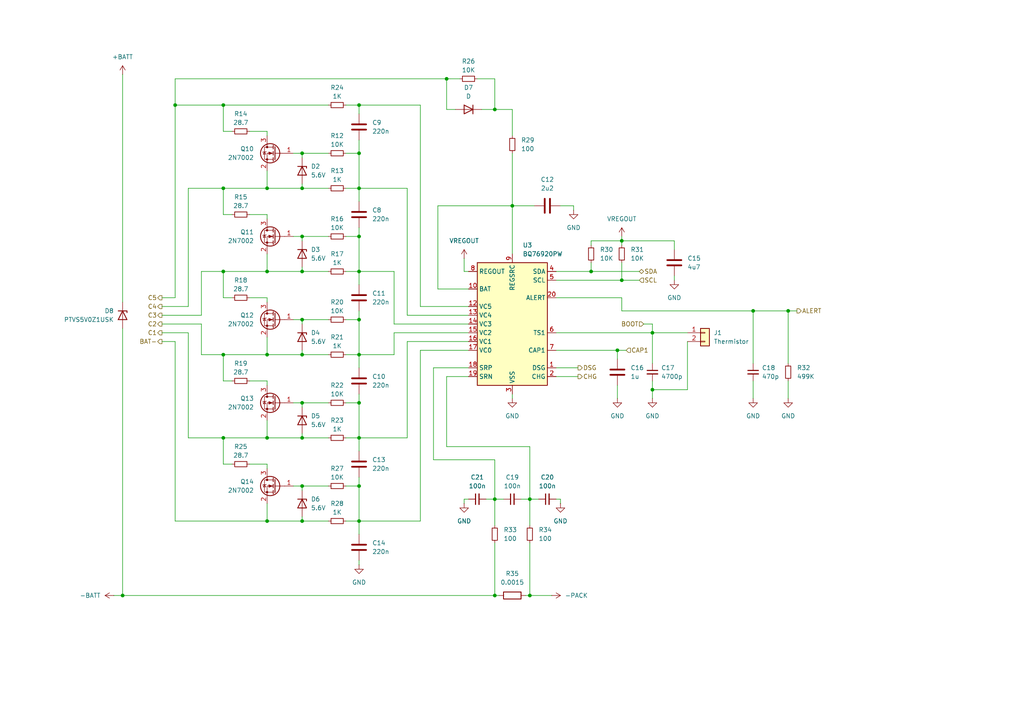
<source format=kicad_sch>
(kicad_sch (version 20231120) (generator "eeschema") (generator_version "8.0")
  (paper "A4")
  (lib_symbols
    (symbol "Battery_Management:BQ76920PW"
      (property "Reference" "U" (at -10.16 19.05 0))
      (property "Value" "BQ76920PW" (at 12.7 19.05 0))
      (symbol "BQ76920PW_0_1"
        (rectangle (start -10.16 17.78) (end 10.16 -17.78) (stroke (width 0.254)) (fill (type background)))
      )
      (symbol "BQ76920PW_1_0"
        (pin input line (at 12.7 10.16 180) (length 2.54) (name "BAT") (number "10"))
        (pin no_connect line (at -2.54 -17.78 90) (length 2.54) hide (name "NC") (number "11"))
        (pin input line (at 12.7 5.08 180) (length 2.54) (name "VC5") (number "12"))
        (pin input line (at 12.7 2.54 180) (length 2.54) (name "VC4") (number "13"))
        (pin input line (at 12.7 0 180) (length 2.54) (name "VC3") (number "14"))
        (pin input line (at 12.7 -2.54 180) (length 2.54) (name "VC2") (number "15"))
        (pin input line (at 12.7 -5.08 180) (length 2.54) (name "VC1") (number "16"))
        (pin input line (at 12.7 -7.62 180) (length 2.54) (name "VC0") (number "17"))
        (pin input line (at 12.7 -12.7 180) (length 2.54) (name "SRP") (number "18"))
        (pin input line (at 12.7 -15.24 180) (length 2.54) (name "SRN") (number "19"))
        (pin bidirectional line (at -12.7 7.62 0) (length 2.54) (name "ALERT") (number "20"))
        (pin passive line (at -12.7 -2.54 0) (length 2.54) (name "TS1") (number "6"))
        (pin passive line (at -12.7 -7.62 0) (length 2.54) (name "CAP1") (number "7"))
        (pin power_out line (at 12.7 15.24 180) (length 2.54) (name "REGOUT") (number "8"))
        (pin power_in line (at 0 20.32 270) (length 2.54) (name "REGSRC") (number "9"))
      )
      (symbol "BQ76920PW_1_1"
        (pin output line (at -12.7 -12.7 0) (length 2.54) (name "DSG") (number "1"))
        (pin output line (at -12.7 -15.24 0) (length 2.54) (name "CHG") (number "2"))
        (pin power_in line (at 0 -20.32 90) (length 2.54) (name "VSS") (number "3"))
        (pin bidirectional line (at -12.7 15.24 0) (length 2.54) (name "SDA") (number "4"))
        (pin input line (at -12.7 12.7 0) (length 2.54) (name "SCL") (number "5"))
      )
    )
    (symbol "Connector_Generic:Conn_01x02" (pin_names (offset 1.016) hide)
      (property "Reference" "J" (at 0 2.54 0))
      (property "Value" "Conn_01x02" (at 0 -5.08 0))
      (symbol "Conn_01x02_1_1"
        (rectangle (start -1.27 -2.413) (end 0 -2.667) (stroke (width 0.1524)))
        (rectangle (start -1.27 0.127) (end 0 -0.127) (stroke (width 0.1524)))
        (rectangle (start -1.27 1.27) (end 1.27 -3.81) (stroke (width 0.254)) (fill (type background)))
        (pin passive line (at -5.08 0 0) (length 3.81) (name "Pin_1") (number "1"))
        (pin passive line (at -5.08 -2.54 0) (length 3.81) (name "Pin_2") (number "2"))
      )
    )
    (symbol "Device:C" (pin_numbers hide) (pin_names (offset 0.254))
      (property "Reference" "C" (at 0.635 2.54 0))
      (property "Value" "C" (at 0.635 -2.54 0))
      (symbol "C_0_1"
        (polyline (pts (xy -2.032 -0.762) (xy 2.032 -0.762)) (stroke (width 0.508)))
        (polyline (pts (xy -2.032 0.762) (xy 2.032 0.762)) (stroke (width 0.508)))
      )
      (symbol "C_1_1"
        (pin passive line (at 0 3.81 270) (length 2.794) (name "~") (number "1"))
        (pin passive line (at 0 -3.81 90) (length 2.794) (name "~") (number "2"))
      )
    )
    (symbol "Device:C_Small" (pin_numbers hide) (pin_names (offset 0.254) hide)
      (property "Reference" "C" (at 0.254 1.778 0))
      (property "Value" "C_Small" (at 0.254 -2.032 0))
      (symbol "C_Small_0_1"
        (polyline (pts (xy -1.524 -0.508) (xy 1.524 -0.508)) (stroke (width 0.3302)))
        (polyline (pts (xy -1.524 0.508) (xy 1.524 0.508)) (stroke (width 0.3048)))
      )
      (symbol "C_Small_1_1"
        (pin passive line (at 0 2.54 270) (length 2.032) (name "~") (number "1"))
        (pin passive line (at 0 -2.54 90) (length 2.032) (name "~") (number "2"))
      )
    )
    (symbol "Device:D" (pin_numbers hide) (pin_names (offset 1.016) hide)
      (property "Reference" "D" (at 0 2.54 0))
      (property "Value" "D" (at 0 -2.54 0))
      (symbol "D_0_1"
        (polyline (pts (xy -1.27 1.27) (xy -1.27 -1.27)) (stroke (width 0.254)))
        (polyline (pts (xy 1.27 0) (xy -1.27 0)))
        (polyline (pts (xy 1.27 1.27) (xy 1.27 -1.27) (xy -1.27 0) (xy 1.27 1.27)) (stroke (width 0.254)))
      )
      (symbol "D_1_1"
        (pin passive line (at -3.81 0 0) (length 2.54) (name "K") (number "1"))
        (pin passive line (at 3.81 0 180) (length 2.54) (name "A") (number "2"))
      )
    )
    (symbol "Device:D_Zener" (pin_numbers hide) (pin_names (offset 1.016) hide)
      (property "Reference" "D" (at 0 2.54 0))
      (property "Value" "D_Zener" (at 0 -2.54 0))
      (symbol "D_Zener_0_1"
        (polyline (pts (xy 1.27 0) (xy -1.27 0)))
        (polyline (pts (xy -1.27 -1.27) (xy -1.27 1.27) (xy -0.762 1.27)) (stroke (width 0.254)))
        (polyline (pts (xy 1.27 -1.27) (xy 1.27 1.27) (xy -1.27 0) (xy 1.27 -1.27)) (stroke (width 0.254)))
      )
      (symbol "D_Zener_1_1"
        (pin passive line (at -3.81 0 0) (length 2.54) (name "K") (number "1"))
        (pin passive line (at 3.81 0 180) (length 2.54) (name "A") (number "2"))
      )
    )
    (symbol "Device:R" (pin_numbers hide) (pin_names (offset 0))
      (property "Reference" "R" (at 2.032 0 90))
      (property "Value" "R" (at 0 0 90))
      (symbol "R_0_1"
        (rectangle (start -1.016 -2.54) (end 1.016 2.54) (stroke (width 0.254)))
      )
      (symbol "R_1_1"
        (pin passive line (at 0 3.81 270) (length 1.27) (name "~") (number "1"))
        (pin passive line (at 0 -3.81 90) (length 1.27) (name "~") (number "2"))
      )
    )
    (symbol "Device:R_Small" (pin_numbers hide) (pin_names (offset 0.254) hide)
      (property "Reference" "R" (at 0.762 0.508 0))
      (property "Value" "R_Small" (at 0.762 -1.016 0))
      (symbol "R_Small_0_1"
        (rectangle (start -0.762 1.778) (end 0.762 -1.778) (stroke (width 0.2032)))
      )
      (symbol "R_Small_1_1"
        (pin passive line (at 0 2.54 270) (length 0.762) (name "~") (number "1"))
        (pin passive line (at 0 -2.54 90) (length 0.762) (name "~") (number "2"))
      )
    )
    (symbol "Diode:PTVS5V0Z1USK" (pin_numbers hide) (pin_names hide)
      (property "Reference" "D" (at 0 2.54 0))
      (property "Value" "PTVS5V0Z1USK" (at 0 -2.54 0))
      (symbol "PTVS5V0Z1USK_0_1"
        (polyline (pts (xy 1.27 0) (xy -1.27 0)))
        (polyline (pts (xy -1.27 -1.27) (xy -1.27 1.27) (xy -0.762 1.27)) (stroke (width 0.254)))
        (polyline (pts (xy 1.27 -1.27) (xy 1.27 1.27) (xy -1.27 0) (xy 1.27 -1.27)) (stroke (width 0.254)))
      )
      (symbol "PTVS5V0Z1USK_1_1"
        (pin passive line (at -3.81 0 0) (length 2.54) (name "K") (number "1"))
        (pin passive line (at 3.81 0 180) (length 2.54) (name "A") (number "2"))
      )
    )
    (symbol "Transistor_FET:2N7002" (pin_names hide)
      (property "Reference" "Q" (at 5.08 1.905 0))
      (property "Value" "2N7002" (at 5.08 0 0))
      (symbol "2N7002_0_1"
        (polyline (pts (xy 0.254 0) (xy -2.54 0)))
        (polyline (pts (xy 0.254 1.905) (xy 0.254 -1.905)) (stroke (width 0.254)))
        (polyline (pts (xy 0.762 -1.27) (xy 0.762 -2.286)) (stroke (width 0.254)))
        (polyline (pts (xy 0.762 0.508) (xy 0.762 -0.508)) (stroke (width 0.254)))
        (polyline (pts (xy 0.762 2.286) (xy 0.762 1.27)) (stroke (width 0.254)))
        (polyline (pts (xy 2.54 2.54) (xy 2.54 1.778)))
        (polyline (pts (xy 2.54 -2.54) (xy 2.54 0) (xy 0.762 0)))
        (polyline (pts (xy 0.762 -1.778) (xy 3.302 -1.778) (xy 3.302 1.778) (xy 0.762 1.778)))
        (polyline (pts (xy 1.016 0) (xy 2.032 0.381) (xy 2.032 -0.381) (xy 1.016 0)) (fill (type outline)))
        (polyline (pts (xy 2.794 0.508) (xy 2.921 0.381) (xy 3.683 0.381) (xy 3.81 0.254)))
        (polyline (pts (xy 3.302 0.381) (xy 2.921 -0.254) (xy 3.683 -0.254) (xy 3.302 0.381)))
        (circle (center 1.651 0) (radius 2.794) (stroke (width 0.254)))
        (circle (center 2.54 -1.778) (radius 0.254) (fill (type outline)))
        (circle (center 2.54 1.778) (radius 0.254) (fill (type outline)))
      )
      (symbol "2N7002_1_1"
        (pin input line (at -5.08 0 0) (length 2.54) (name "G") (number "1"))
        (pin passive line (at 2.54 -5.08 90) (length 2.54) (name "S") (number "2"))
        (pin passive line (at 2.54 5.08 270) (length 2.54) (name "D") (number "3"))
      )
    )
    (symbol "power:+BATT" (power) (pin_numbers hide) (pin_names (offset 0) hide)
      (property "Value" "+BATT" (at 0 3.556 0))
      (symbol "+BATT_0_1"
        (polyline (pts (xy -0.762 1.27) (xy 0 2.54)))
        (polyline (pts (xy 0 0) (xy 0 2.54)))
        (polyline (pts (xy 0 2.54) (xy 0.762 1.27)))
      )
      (symbol "+BATT_1_1"
        (pin power_in line (at 0 0 90) (length 0) (name "~") (number "1"))
      )
    )
    (symbol "power:GND" (power) (pin_numbers hide) (pin_names (offset 0) hide)
      (property "Value" "GND" (at 0 -3.81 0))
      (symbol "GND_0_1"
        (polyline (pts (xy 0 0) (xy 0 -1.27) (xy 1.27 -1.27) (xy 0 -2.54) (xy -1.27 -1.27) (xy 0 -1.27)))
      )
      (symbol "GND_1_1"
        (pin power_in line (at 0 0 270) (length 0) (name "~") (number "1"))
      )
    )
    (symbol "power:VBUS" (power) (pin_numbers hide) (pin_names (offset 0) hide)
      (property "Value" "VBUS" (at 0 3.556 0))
      (symbol "VBUS_0_1"
        (polyline (pts (xy -0.762 1.27) (xy 0 2.54)))
        (polyline (pts (xy 0 0) (xy 0 2.54)))
        (polyline (pts (xy 0 2.54) (xy 0.762 1.27)))
      )
      (symbol "VBUS_1_1"
        (pin power_in line (at 0 0 90) (length 0) (name "~") (number "1"))
      )
    )
  )
  (junction (at 143.51 144.78))
  (junction (at 143.51 172.72))
  (junction (at 104.14 116.84))
  (junction (at 87.63 68.58))
  (junction (at 104.14 102.87))
  (junction (at 87.63 54.61))
  (junction (at 104.14 127))
  (junction (at 77.47 78.74))
  (junction (at 189.23 96.52))
  (junction (at 77.47 151.13))
  (junction (at 104.14 78.74))
  (junction (at 129.54 22.86))
  (junction (at 180.34 69.85))
  (junction (at 64.77 127))
  (junction (at 153.67 144.78))
  (junction (at 104.14 151.13))
  (junction (at 153.67 172.72))
  (junction (at 228.6 90.17))
  (junction (at 104.14 68.58))
  (junction (at 189.23 113.03))
  (junction (at 77.47 127))
  (junction (at 104.14 92.71))
  (junction (at 148.59 59.69))
  (junction (at 87.63 102.87))
  (junction (at 87.63 140.97))
  (junction (at 77.47 102.87))
  (junction (at 179.07 101.6))
  (junction (at 64.77 78.74))
  (junction (at 77.47 54.61))
  (junction (at 104.14 54.61))
  (junction (at 87.63 127))
  (junction (at 171.45 78.74))
  (junction (at 64.77 54.61))
  (junction (at 180.34 81.28))
  (junction (at 104.14 44.45))
  (junction (at 50.8 30.48))
  (junction (at 87.63 44.45))
  (junction (at 143.51 31.75))
  (junction (at 218.44 90.17))
  (junction (at 35.56 172.72))
  (junction (at 87.63 151.13))
  (junction (at 64.77 102.87))
  (junction (at 87.63 92.71))
  (junction (at 64.77 30.48))
  (junction (at 104.14 30.48))
  (junction (at 104.14 140.97))
  (junction (at 87.63 78.74))
  (junction (at 87.63 116.84))
  (wire (pts (xy 87.63 142.24) (xy 87.63 140.97)))
  (wire (pts (xy 104.14 82.55) (xy 104.14 78.74)))
  (wire (pts (xy 189.23 96.52) (xy 161.29 96.52)))
  (wire (pts (xy 85.09 140.97) (xy 87.63 140.97)))
  (wire (pts (xy 148.59 31.75) (xy 143.51 31.75)))
  (wire (pts (xy 148.59 59.69) (xy 148.59 73.66)))
  (wire (pts (xy 180.34 86.36) (xy 161.29 86.36)))
  (wire (pts (xy 228.6 105.41) (xy 228.6 90.17)))
  (wire (pts (xy 104.14 68.58) (xy 104.14 78.74)))
  (wire (pts (xy 85.09 92.71) (xy 87.63 92.71)))
  (wire (pts (xy 104.14 114.3) (xy 104.14 116.84)))
  (wire (pts (xy 156.21 144.78) (xy 153.67 144.78)))
  (wire (pts (xy 121.92 151.13) (xy 104.14 151.13)))
  (wire (pts (xy 135.89 99.06) (xy 118.11 99.06)))
  (wire (pts (xy 121.92 30.48) (xy 104.14 30.48)))
  (wire (pts (xy 179.07 101.6) (xy 181.61 101.6)))
  (wire (pts (xy 228.6 115.57) (xy 228.6 110.49)))
  (wire (pts (xy 199.39 99.06) (xy 199.39 113.03)))
  (wire (pts (xy 151.13 144.78) (xy 153.67 144.78)))
  (wire (pts (xy 100.33 140.97) (xy 104.14 140.97)))
  (wire (pts (xy 72.39 134.62) (xy 77.47 134.62)))
  (wire (pts (xy 85.09 44.45) (xy 87.63 44.45)))
  (wire (pts (xy 77.47 54.61) (xy 64.77 54.61)))
  (wire (pts (xy 87.63 44.45) (xy 95.25 44.45)))
  (wire (pts (xy 35.56 21.59) (xy 35.56 87.63)))
  (wire (pts (xy 189.23 113.03) (xy 189.23 110.49)))
  (wire (pts (xy 129.54 109.22) (xy 135.89 109.22)))
  (wire (pts (xy 153.67 129.54) (xy 129.54 129.54)))
  (wire (pts (xy 46.99 99.06) (xy 50.8 99.06)))
  (wire (pts (xy 121.92 101.6) (xy 121.92 151.13)))
  (wire (pts (xy 85.09 116.84) (xy 87.63 116.84)))
  (wire (pts (xy 153.67 157.48) (xy 153.67 172.72)))
  (wire (pts (xy 139.7 31.75) (xy 143.51 31.75)))
  (wire (pts (xy 87.63 92.71) (xy 95.25 92.71)))
  (wire (pts (xy 50.8 22.86) (xy 50.8 30.48)))
  (wire (pts (xy 135.89 144.78) (xy 134.62 144.78)))
  (wire (pts (xy 114.3 93.98) (xy 114.3 78.74)))
  (wire (pts (xy 58.42 93.98) (xy 58.42 102.87)))
  (wire (pts (xy 129.54 22.86) (xy 133.35 22.86)))
  (wire (pts (xy 64.77 86.36) (xy 67.31 86.36)))
  (wire (pts (xy 189.23 93.98) (xy 189.23 96.52)))
  (wire (pts (xy 58.42 102.87) (xy 64.77 102.87)))
  (wire (pts (xy 64.77 62.23) (xy 67.31 62.23)))
  (wire (pts (xy 58.42 91.44) (xy 58.42 78.74)))
  (wire (pts (xy 135.89 101.6) (xy 121.92 101.6)))
  (wire (pts (xy 171.45 78.74) (xy 161.29 78.74)))
  (wire (pts (xy 77.47 102.87) (xy 77.47 97.79)))
  (wire (pts (xy 64.77 30.48) (xy 64.77 38.1)))
  (wire (pts (xy 54.61 127) (xy 64.77 127)))
  (wire (pts (xy 135.89 91.44) (xy 118.11 91.44)))
  (wire (pts (xy 35.56 172.72) (xy 143.51 172.72)))
  (wire (pts (xy 64.77 127) (xy 77.47 127)))
  (wire (pts (xy 104.14 102.87) (xy 100.33 102.87)))
  (wire (pts (xy 104.14 54.61) (xy 100.33 54.61)))
  (wire (pts (xy 95.25 78.74) (xy 87.63 78.74)))
  (wire (pts (xy 125.73 106.68) (xy 135.89 106.68)))
  (wire (pts (xy 218.44 90.17) (xy 180.34 90.17)))
  (wire (pts (xy 104.14 90.17) (xy 104.14 92.71)))
  (wire (pts (xy 195.58 72.39) (xy 195.58 69.85)))
  (wire (pts (xy 104.14 138.43) (xy 104.14 140.97)))
  (wire (pts (xy 100.33 116.84) (xy 104.14 116.84)))
  (wire (pts (xy 87.63 54.61) (xy 87.63 53.34)))
  (wire (pts (xy 143.51 144.78) (xy 143.51 152.4)))
  (wire (pts (xy 166.37 59.69) (xy 166.37 60.96)))
  (wire (pts (xy 129.54 31.75) (xy 129.54 22.86)))
  (wire (pts (xy 162.56 59.69) (xy 166.37 59.69)))
  (wire (pts (xy 64.77 110.49) (xy 67.31 110.49)))
  (wire (pts (xy 228.6 90.17) (xy 231.14 90.17)))
  (wire (pts (xy 185.42 78.74) (xy 171.45 78.74)))
  (wire (pts (xy 104.14 78.74) (xy 100.33 78.74)))
  (wire (pts (xy 64.77 54.61) (xy 64.77 62.23)))
  (wire (pts (xy 148.59 31.75) (xy 148.59 39.37)))
  (wire (pts (xy 218.44 105.41) (xy 218.44 90.17)))
  (wire (pts (xy 121.92 88.9) (xy 121.92 30.48)))
  (wire (pts (xy 104.14 154.94) (xy 104.14 151.13)))
  (wire (pts (xy 87.63 140.97) (xy 95.25 140.97)))
  (wire (pts (xy 148.59 59.69) (xy 154.94 59.69)))
  (wire (pts (xy 114.3 78.74) (xy 104.14 78.74)))
  (wire (pts (xy 167.64 109.22) (xy 161.29 109.22)))
  (wire (pts (xy 104.14 66.04) (xy 104.14 68.58)))
  (wire (pts (xy 58.42 78.74) (xy 64.77 78.74)))
  (wire (pts (xy 171.45 71.12) (xy 171.45 69.85)))
  (wire (pts (xy 104.14 140.97) (xy 104.14 151.13)))
  (wire (pts (xy 143.51 157.48) (xy 143.51 172.72)))
  (wire (pts (xy 95.25 54.61) (xy 87.63 54.61)))
  (wire (pts (xy 143.51 22.86) (xy 143.51 31.75)))
  (wire (pts (xy 104.14 30.48) (xy 104.14 33.02)))
  (wire (pts (xy 185.42 81.28) (xy 180.34 81.28)))
  (wire (pts (xy 132.08 31.75) (xy 129.54 31.75)))
  (wire (pts (xy 50.8 151.13) (xy 77.47 151.13)))
  (wire (pts (xy 77.47 127) (xy 77.47 121.92)))
  (wire (pts (xy 72.39 110.49) (xy 77.47 110.49)))
  (wire (pts (xy 104.14 106.68) (xy 104.14 102.87)))
  (wire (pts (xy 186.69 93.98) (xy 189.23 93.98)))
  (wire (pts (xy 77.47 78.74) (xy 77.47 73.66)))
  (wire (pts (xy 54.61 88.9) (xy 54.61 54.61)))
  (wire (pts (xy 218.44 110.49) (xy 218.44 115.57)))
  (wire (pts (xy 64.77 102.87) (xy 64.77 110.49)))
  (wire (pts (xy 87.63 45.72) (xy 87.63 44.45)))
  (wire (pts (xy 72.39 62.23) (xy 77.47 62.23)))
  (wire (pts (xy 35.56 95.25) (xy 35.56 172.72)))
  (wire (pts (xy 87.63 93.98) (xy 87.63 92.71)))
  (wire (pts (xy 77.47 78.74) (xy 64.77 78.74)))
  (wire (pts (xy 138.43 22.86) (xy 143.51 22.86)))
  (wire (pts (xy 127 83.82) (xy 127 59.69)))
  (wire (pts (xy 104.14 163.83) (xy 104.14 162.56)))
  (wire (pts (xy 134.62 144.78) (xy 134.62 146.05)))
  (wire (pts (xy 162.56 144.78) (xy 162.56 146.05)))
  (wire (pts (xy 87.63 102.87) (xy 87.63 101.6)))
  (wire (pts (xy 143.51 133.35) (xy 125.73 133.35)))
  (wire (pts (xy 87.63 116.84) (xy 95.25 116.84)))
  (wire (pts (xy 46.99 88.9) (xy 54.61 88.9)))
  (wire (pts (xy 54.61 54.61) (xy 64.77 54.61)))
  (wire (pts (xy 129.54 22.86) (xy 50.8 22.86)))
  (wire (pts (xy 50.8 99.06) (xy 50.8 151.13)))
  (wire (pts (xy 87.63 102.87) (xy 77.47 102.87)))
  (wire (pts (xy 104.14 92.71) (xy 104.14 102.87)))
  (wire (pts (xy 171.45 76.2) (xy 171.45 78.74)))
  (wire (pts (xy 100.33 44.45) (xy 104.14 44.45)))
  (wire (pts (xy 143.51 144.78) (xy 143.51 133.35)))
  (wire (pts (xy 100.33 68.58) (xy 104.14 68.58)))
  (wire (pts (xy 33.02 172.72) (xy 35.56 172.72)))
  (wire (pts (xy 179.07 104.14) (xy 179.07 101.6)))
  (wire (pts (xy 87.63 68.58) (xy 95.25 68.58)))
  (wire (pts (xy 46.99 86.36) (xy 50.8 86.36)))
  (wire (pts (xy 153.67 144.78) (xy 153.67 152.4)))
  (wire (pts (xy 180.34 90.17) (xy 180.34 86.36)))
  (wire (pts (xy 134.62 74.93) (xy 134.62 78.74)))
  (wire (pts (xy 148.59 115.57) (xy 148.59 114.3)))
  (wire (pts (xy 104.14 130.81) (xy 104.14 127)))
  (wire (pts (xy 85.09 68.58) (xy 87.63 68.58)))
  (wire (pts (xy 135.89 96.52) (xy 114.3 96.52)))
  (wire (pts (xy 95.25 102.87) (xy 87.63 102.87)))
  (wire (pts (xy 189.23 105.41) (xy 189.23 96.52)))
  (wire (pts (xy 189.23 96.52) (xy 199.39 96.52)))
  (wire (pts (xy 127 59.69) (xy 148.59 59.69)))
  (wire (pts (xy 135.89 93.98) (xy 114.3 93.98)))
  (wire (pts (xy 144.78 172.72) (xy 143.51 172.72)))
  (wire (pts (xy 87.63 151.13) (xy 87.63 149.86)))
  (wire (pts (xy 54.61 96.52) (xy 54.61 127)))
  (wire (pts (xy 87.63 78.74) (xy 87.63 77.47)))
  (wire (pts (xy 87.63 69.85) (xy 87.63 68.58)))
  (wire (pts (xy 179.07 115.57) (xy 179.07 111.76)))
  (wire (pts (xy 77.47 54.61) (xy 77.47 49.53)))
  (wire (pts (xy 180.34 76.2) (xy 180.34 81.28)))
  (wire (pts (xy 64.77 134.62) (xy 67.31 134.62)))
  (wire (pts (xy 100.33 30.48) (xy 104.14 30.48)))
  (wire (pts (xy 152.4 172.72) (xy 153.67 172.72)))
  (wire (pts (xy 171.45 69.85) (xy 180.34 69.85)))
  (wire (pts (xy 104.14 116.84) (xy 104.14 127)))
  (wire (pts (xy 87.63 151.13) (xy 77.47 151.13)))
  (wire (pts (xy 64.77 127) (xy 64.77 134.62)))
  (wire (pts (xy 46.99 96.52) (xy 54.61 96.52)))
  (wire (pts (xy 114.3 102.87) (xy 104.14 102.87)))
  (wire (pts (xy 143.51 144.78) (xy 146.05 144.78)))
  (wire (pts (xy 118.11 99.06) (xy 118.11 127)))
  (wire (pts (xy 148.59 44.45) (xy 148.59 59.69)))
  (wire (pts (xy 104.14 54.61) (xy 104.14 58.42)))
  (wire (pts (xy 77.47 110.49) (xy 77.47 111.76)))
  (wire (pts (xy 50.8 86.36) (xy 50.8 30.48)))
  (wire (pts (xy 153.67 144.78) (xy 153.67 129.54)))
  (wire (pts (xy 72.39 86.36) (xy 77.47 86.36)))
  (wire (pts (xy 140.97 144.78) (xy 143.51 144.78)))
  (wire (pts (xy 95.25 151.13) (xy 87.63 151.13)))
  (wire (pts (xy 104.14 151.13) (xy 100.33 151.13)))
  (wire (pts (xy 114.3 96.52) (xy 114.3 102.87)))
  (wire (pts (xy 125.73 133.35) (xy 125.73 106.68)))
  (wire (pts (xy 129.54 129.54) (xy 129.54 109.22)))
  (wire (pts (xy 228.6 90.17) (xy 218.44 90.17)))
  (wire (pts (xy 87.63 127) (xy 77.47 127)))
  (wire (pts (xy 87.63 78.74) (xy 77.47 78.74)))
  (wire (pts (xy 180.34 81.28) (xy 161.29 81.28)))
  (wire (pts (xy 134.62 78.74) (xy 135.89 78.74)))
  (wire (pts (xy 189.23 115.57) (xy 189.23 113.03)))
  (wire (pts (xy 77.47 38.1) (xy 77.47 39.37)))
  (wire (pts (xy 180.34 69.85) (xy 180.34 71.12)))
  (wire (pts (xy 50.8 30.48) (xy 64.77 30.48)))
  (wire (pts (xy 72.39 38.1) (xy 77.47 38.1)))
  (wire (pts (xy 46.99 91.44) (xy 58.42 91.44)))
  (wire (pts (xy 195.58 69.85) (xy 180.34 69.85)))
  (wire (pts (xy 95.25 30.48) (xy 64.77 30.48)))
  (wire (pts (xy 87.63 54.61) (xy 77.47 54.61)))
  (wire (pts (xy 46.99 93.98) (xy 58.42 93.98)))
  (wire (pts (xy 161.29 144.78) (xy 162.56 144.78)))
  (wire (pts (xy 199.39 113.03) (xy 189.23 113.03)))
  (wire (pts (xy 195.58 81.28) (xy 195.58 80.01)))
  (wire (pts (xy 118.11 54.61) (xy 104.14 54.61)))
  (wire (pts (xy 77.47 151.13) (xy 77.47 146.05)))
  (wire (pts (xy 118.11 127) (xy 104.14 127)))
  (wire (pts (xy 180.34 68.58) (xy 180.34 69.85)))
  (wire (pts (xy 77.47 62.23) (xy 77.47 63.5)))
  (wire (pts (xy 77.47 134.62) (xy 77.47 135.89)))
  (wire (pts (xy 135.89 88.9) (xy 121.92 88.9)))
  (wire (pts (xy 87.63 127) (xy 87.63 125.73)))
  (wire (pts (xy 153.67 172.72) (xy 160.02 172.72)))
  (wire (pts (xy 135.89 83.82) (xy 127 83.82)))
  (wire (pts (xy 179.07 101.6) (xy 161.29 101.6)))
  (wire (pts (xy 104.14 44.45) (xy 104.14 54.61)))
  (wire (pts (xy 64.77 38.1) (xy 67.31 38.1)))
  (wire (pts (xy 95.25 127) (xy 87.63 127)))
  (wire (pts (xy 100.33 92.71) (xy 104.14 92.71)))
  (wire (pts (xy 104.14 44.45) (xy 104.14 40.64)))
  (wire (pts (xy 77.47 102.87) (xy 64.77 102.87)))
  (wire (pts (xy 87.63 118.11) (xy 87.63 116.84)))
  (wire (pts (xy 167.64 106.68) (xy 161.29 106.68)))
  (wire (pts (xy 64.77 78.74) (xy 64.77 86.36)))
  (wire (pts (xy 77.47 86.36) (xy 77.47 87.63)))
  (wire (pts (xy 118.11 91.44) (xy 118.11 54.61)))
  (wire (pts (xy 104.14 127) (xy 100.33 127)))
  (hierarchical_label "DSG" (shape output) (at 167.64 106.68 0))
  (hierarchical_label "C5" (shape output) (at 46.99 86.36 180))
  (hierarchical_label "CHG" (shape output) (at 167.64 109.22 0))
  (hierarchical_label "C4" (shape output) (at 46.99 88.9 180))
  (hierarchical_label "ALERT" (shape output) (at 231.14 90.17 0))
  (hierarchical_label "BAT-" (shape output) (at 46.99 99.06 180))
  (hierarchical_label "SDA" (shape bidirectional) (at 185.42 78.74 0))
  (hierarchical_label "C2" (shape output) (at 46.99 93.98 180))
  (hierarchical_label "SCL" (shape input) (at 185.42 81.28 0))
  (hierarchical_label "C3" (shape output) (at 46.99 91.44 180))
  (hierarchical_label "CAP1" (shape input) (at 181.61 101.6 0))
  (hierarchical_label "C1" (shape output) (at 46.99 96.52 180))
  (hierarchical_label "BOOT" (shape input) (at 186.69 93.98 180))
  (symbol (lib_id "Device:R_Small") (at 180.34 73.66 180) (unit 1)
    (property "Reference" "R31" (at 182.88 72.3899 0) (effects (justify right)))
    (property "Value" "10K" (at 182.88 74.9299 0) (effects (justify right)))
    (property "Description" "Resistor, small symbol" (effects (hide yes)))
  )
  (symbol (lib_id "power:GND") (at 162.56 146.05 0) (unit 1)
    (property "Reference" "#PWR020" (effects (hide yes)))
    (property "Value" "GND" (at 162.56 151.13 0))
    (property "Description" "Power symbol creates a global label with name \"GND\" , ground" (effects (hide yes)))
  )
  (symbol (lib_id "Device:R_Small") (at 97.79 54.61 90) (unit 1)
    (property "Reference" "R13" (at 97.79 49.53 90))
    (property "Value" "1K" (at 97.79 52.07 90))
    (property "Description" "Resistor, small symbol" (effects (hide yes)))
  )
  (symbol (lib_id "Device:C") (at 195.58 76.2 0) (unit 1)
    (property "Reference" "C15" (at 199.39 74.9299 0) (effects (justify left)))
    (property "Value" "4u7" (at 199.39 77.4699 0) (effects (justify left)))
    (property "Description" "Unpolarized capacitor" (effects (hide yes)))
  )
  (symbol (lib_id "Device:R") (at 148.59 172.72 90) (unit 1)
    (property "Reference" "R35" (at 148.59 166.37 90))
    (property "Value" "0.0015" (at 148.59 168.91 90))
    (property "Description" "Resistor" (effects (hide yes)))
  )
  (symbol (lib_id "Device:C_Small") (at 148.59 144.78 90) (unit 1)
    (property "Reference" "C19" (at 148.5963 138.43 90))
    (property "Value" "100n" (at 148.5963 140.97 90))
    (property "Description" "Unpolarized capacitor, small symbol" (effects (hide yes)))
  )
  (symbol (lib_id "Device:D_Zener") (at 87.63 97.79 270) (unit 1)
    (property "Reference" "D4" (at 90.17 96.5199 90) (effects (justify left)))
    (property "Value" "5.6V" (at 90.17 99.0599 90) (effects (justify left)))
    (property "Description" "Zener diode" (effects (hide yes)))
  )
  (symbol (lib_id "Device:R_Small") (at 171.45 73.66 180) (unit 1)
    (property "Reference" "R30" (at 173.99 72.3899 0) (effects (justify right)))
    (property "Value" "10K" (at 173.99 74.9299 0) (effects (justify right)))
    (property "Description" "Resistor, small symbol" (effects (hide yes)))
  )
  (symbol (lib_id "Device:C") (at 104.14 62.23 0) (unit 1)
    (property "Reference" "C8" (at 107.95 60.9599 0) (effects (justify left)))
    (property "Value" "220n" (at 107.95 63.4999 0) (effects (justify left)))
    (property "Description" "Unpolarized capacitor" (effects (hide yes)))
  )
  (symbol (lib_id "Device:R_Small") (at 69.85 110.49 90) (unit 1)
    (property "Reference" "R19" (at 69.85 105.41 90))
    (property "Value" "28.7" (at 69.85 107.95 90))
    (property "Description" "Resistor, small symbol" (effects (hide yes)))
  )
  (symbol (lib_id "Device:C") (at 104.14 134.62 0) (unit 1)
    (property "Reference" "C13" (at 107.95 133.3499 0) (effects (justify left)))
    (property "Value" "220n" (at 107.95 135.8899 0) (effects (justify left)))
    (property "Description" "Unpolarized capacitor" (effects (hide yes)))
  )
  (symbol (lib_id "power:GND") (at 104.14 163.83 0) (unit 1)
    (property "Reference" "#PWR010" (effects (hide yes)))
    (property "Value" "GND" (at 104.14 168.91 0))
    (property "Description" "Power symbol creates a global label with name \"GND\" , ground" (effects (hide yes)))
  )
  (symbol (lib_id "Device:C") (at 104.14 36.83 0) (unit 1)
    (property "Reference" "C9" (at 107.95 35.5599 0) (effects (justify left)))
    (property "Value" "220n" (at 107.95 38.0999 0) (effects (justify left)))
    (property "Description" "Unpolarized capacitor" (effects (hide yes)))
  )
  (symbol (lib_id "Device:R_Small") (at 97.79 68.58 90) (unit 1)
    (property "Reference" "R16" (at 97.79 63.5 90))
    (property "Value" "10K" (at 97.79 66.04 90))
    (property "Description" "Resistor, small symbol" (effects (hide yes)))
  )
  (symbol (lib_id "power:+BATT") (at 35.56 21.59 0) (unit 1)
    (property "Reference" "#PWR021" (effects (hide yes)))
    (property "Value" "+BATT" (at 35.56 16.51 0))
    (property "Description" "Power symbol creates a global label with name \"+BATT\"" (effects (hide yes)))
  )
  (symbol (lib_id "Device:R_Small") (at 97.79 44.45 90) (unit 1)
    (property "Reference" "R12" (at 97.79 39.37 90))
    (property "Value" "10K" (at 97.79 41.91 90))
    (property "Description" "Resistor, small symbol" (effects (hide yes)))
  )
  (symbol (lib_id "Device:R_Small") (at 153.67 154.94 180) (unit 1)
    (property "Reference" "R34" (at 156.21 153.6699 0) (effects (justify right)))
    (property "Value" "100" (at 156.21 156.2099 0) (effects (justify right)))
    (property "Description" "Resistor, small symbol" (effects (hide yes)))
  )
  (symbol (lib_id "Device:R_Small") (at 97.79 102.87 90) (unit 1)
    (property "Reference" "R21" (at 97.79 97.79 90))
    (property "Value" "1K" (at 97.79 100.33 90))
    (property "Description" "Resistor, small symbol" (effects (hide yes)))
  )
  (symbol (lib_id "Device:C_Small") (at 138.43 144.78 90) (unit 1)
    (property "Reference" "C21" (at 138.4363 138.43 90))
    (property "Value" "100n" (at 138.4363 140.97 90))
    (property "Description" "Unpolarized capacitor, small symbol" (effects (hide yes)))
  )
  (symbol (lib_id "Device:R_Small") (at 135.89 22.86 90) (unit 1)
    (property "Reference" "R26" (at 135.89 17.78 90))
    (property "Value" "10K" (at 135.89 20.32 90))
    (property "Description" "Resistor, small symbol" (effects (hide yes)))
  )
  (symbol (lib_id "Device:C") (at 104.14 86.36 0) (unit 1)
    (property "Reference" "C11" (at 107.95 85.0899 0) (effects (justify left)))
    (property "Value" "220n" (at 107.95 87.6299 0) (effects (justify left)))
    (property "Description" "Unpolarized capacitor" (effects (hide yes)))
  )
  (symbol (lib_id "Connector_Generic:Conn_01x02") (at 204.47 96.52 0) (unit 1)
    (property "Reference" "J1" (at 207.01 96.5199 0) (effects (justify left)))
    (property "Value" "Thermistor" (at 207.01 99.0599 0) (effects (justify left)))
    (property "Description" "Generic connector, single row, 01x02, script generated (kicad-library-utils/schlib/autogen/connector/)" (effects (hide yes)))
  )
  (symbol (lib_id "Device:D_Zener") (at 87.63 73.66 270) (unit 1)
    (property "Reference" "D3" (at 90.17 72.3899 90) (effects (justify left)))
    (property "Value" "5.6V" (at 90.17 74.9299 90) (effects (justify left)))
    (property "Description" "Zener diode" (effects (hide yes)))
  )
  (symbol (lib_id "Device:R_Small") (at 69.85 86.36 90) (unit 1)
    (property "Reference" "R18" (at 69.85 81.28 90))
    (property "Value" "28.7" (at 69.85 83.82 90))
    (property "Description" "Resistor, small symbol" (effects (hide yes)))
  )
  (symbol (lib_id "power:+BATT") (at 33.02 172.72 90) (unit 1)
    (property "Reference" "#PWR024" (effects (hide yes)))
    (property "Value" "-BATT" (at 29.21 172.7199 90) (effects (justify left)))
    (property "Description" "Power symbol creates a global label with name \"+BATT\"" (effects (hide yes)))
  )
  (symbol (lib_id "Device:C") (at 104.14 110.49 0) (unit 1)
    (property "Reference" "C10" (at 107.95 109.2199 0) (effects (justify left)))
    (property "Value" "220n" (at 107.95 111.7599 0) (effects (justify left)))
    (property "Description" "Unpolarized capacitor" (effects (hide yes)))
  )
  (symbol (lib_id "Device:C") (at 179.07 107.95 0) (unit 1)
    (property "Reference" "C16" (at 182.88 106.6799 0) (effects (justify left)))
    (property "Value" "1u" (at 182.88 109.2199 0) (effects (justify left)))
    (property "Description" "Unpolarized capacitor" (effects (hide yes)))
  )
  (symbol (lib_id "Device:R_Small") (at 97.79 30.48 90) (unit 1)
    (property "Reference" "R24" (at 97.79 25.4 90))
    (property "Value" "1K" (at 97.79 27.94 90))
    (property "Description" "Resistor, small symbol" (effects (hide yes)))
  )
  (symbol (lib_id "power:GND") (at 218.44 115.57 0) (unit 1)
    (property "Reference" "#PWR017" (effects (hide yes)))
    (property "Value" "GND" (at 218.44 120.65 0))
    (property "Description" "Power symbol creates a global label with name \"GND\" , ground" (effects (hide yes)))
  )
  (symbol (lib_id "power:GND") (at 134.62 146.05 0) (unit 1)
    (property "Reference" "#PWR019" (effects (hide yes)))
    (property "Value" "GND" (at 134.62 151.13 0))
    (property "Description" "Power symbol creates a global label with name \"GND\" , ground" (effects (hide yes)))
  )
  (symbol (lib_id "Diode:PTVS5V0Z1USK") (at 35.56 91.44 270) (unit 1)
    (property "Reference" "D8" (at 33.02 90.1699 90) (effects (justify right)))
    (property "Value" "PTVS5V0Z1USK" (at 33.02 92.7099 90) (effects (justify right)))
    (property "Footprint" "Diode_SMD:Nexperia_DSN1608-2_1.6x0.8mm" (effects (hide yes)))
    (property "Datasheet" "https://assets.nexperia.com/documents/data-sheet/PTVS5V0Z1USK.pdf" (effects (hide yes)))
    (property "Description" "5V, 1200W TVS unidirectional diode, DSN1608-2" (effects (hide yes)))
  )
  (symbol (lib_id "Device:R_Small") (at 97.79 78.74 90) (unit 1)
    (property "Reference" "R17" (at 97.79 73.66 90))
    (property "Value" "1K" (at 97.79 76.2 90))
    (property "Description" "Resistor, small symbol" (effects (hide yes)))
  )
  (symbol (lib_id "Device:R_Small") (at 97.79 116.84 90) (unit 1)
    (property "Reference" "R22" (at 97.79 111.76 90))
    (property "Value" "10K" (at 97.79 114.3 90))
    (property "Description" "Resistor, small symbol" (effects (hide yes)))
  )
  (symbol (lib_id "Transistor_FET:2N7002") (at 80.01 44.45 0) (mirror y) (unit 1)
    (property "Reference" "Q10" (at 73.66 43.1799 0) (effects (justify left)))
    (property "Value" "2N7002" (at 73.66 45.7199 0) (effects (justify left)))
    (property "Footprint" "Package_TO_SOT_SMD:SOT-23" (effects (hide yes)))
    (property "Datasheet" "https://www.onsemi.com/pub/Collateral/NDS7002A-D.PDF" (effects (hide yes)))
    (property "Description" "0.115A Id, 60V Vds, N-Channel MOSFET, SOT-23" (effects (hide yes)))
  )
  (symbol (lib_id "power:GND") (at 166.37 60.96 0) (unit 1)
    (property "Reference" "#PWR011" (effects (hide yes)))
    (property "Value" "GND" (at 166.37 66.04 0))
    (property "Description" "Power symbol creates a global label with name \"GND\" , ground" (effects (hide yes)))
  )
  (symbol (lib_id "power:GND") (at 189.23 115.57 0) (unit 1)
    (property "Reference" "#PWR016" (effects (hide yes)))
    (property "Value" "GND" (at 189.23 120.65 0))
    (property "Description" "Power symbol creates a global label with name \"GND\" , ground" (effects (hide yes)))
  )
  (symbol (lib_id "power:VBUS") (at 134.62 74.93 0) (unit 1)
    (property "Reference" "#PWR09" (effects (hide yes)))
    (property "Value" "VREGOUT" (at 134.62 69.85 0))
    (property "Description" "Power symbol creates a global label with name \"VBUS\"" (effects (hide yes)))
  )
  (symbol (lib_id "Device:R_Small") (at 97.79 127 90) (unit 1)
    (property "Reference" "R23" (at 97.79 121.92 90))
    (property "Value" "1K" (at 97.79 124.46 90))
    (property "Description" "Resistor, small symbol" (effects (hide yes)))
  )
  (symbol (lib_id "Device:C") (at 158.75 59.69 90) (unit 1)
    (property "Reference" "C12" (at 158.75 52.07 90))
    (property "Value" "2u2" (at 158.75 54.61 90))
    (property "Description" "Unpolarized capacitor" (effects (hide yes)))
  )
  (symbol (lib_id "Device:D") (at 135.89 31.75 0) (mirror y) (unit 1)
    (property "Reference" "D7" (at 135.89 25.4 0))
    (property "Value" "D" (at 135.89 27.94 0))
    (property "Description" "Diode" (effects (hide yes)))
    (property "Sim.Device" "D" (effects (hide yes)))
    (property "Sim.Pins" "1=K 2=A" (effects (hide yes)))
  )
  (symbol (lib_id "Device:R_Small") (at 69.85 134.62 90) (unit 1)
    (property "Reference" "R25" (at 69.85 129.54 90))
    (property "Value" "28.7" (at 69.85 132.08 90))
    (property "Description" "Resistor, small symbol" (effects (hide yes)))
  )
  (symbol (lib_id "Device:C") (at 104.14 158.75 0) (unit 1)
    (property "Reference" "C14" (at 107.95 157.4799 0) (effects (justify left)))
    (property "Value" "220n" (at 107.95 160.0199 0) (effects (justify left)))
    (property "Description" "Unpolarized capacitor" (effects (hide yes)))
  )
  (symbol (lib_id "Device:R_Small") (at 97.79 140.97 90) (unit 1)
    (property "Reference" "R27" (at 97.79 135.89 90))
    (property "Value" "10K" (at 97.79 138.43 90))
    (property "Description" "Resistor, small symbol" (effects (hide yes)))
  )
  (symbol (lib_id "Device:D_Zener") (at 87.63 146.05 270) (unit 1)
    (property "Reference" "D6" (at 90.17 144.7799 90) (effects (justify left)))
    (property "Value" "5.6V" (at 90.17 147.3199 90) (effects (justify left)))
    (property "Description" "Zener diode" (effects (hide yes)))
  )
  (symbol (lib_id "Device:C_Small") (at 189.23 107.95 0) (unit 1)
    (property "Reference" "C17" (at 191.77 106.6862 0) (effects (justify left)))
    (property "Value" "4700p" (at 191.77 109.2262 0) (effects (justify left)))
    (property "Description" "Unpolarized capacitor, small symbol" (effects (hide yes)))
  )
  (symbol (lib_id "power:GND") (at 195.58 81.28 0) (unit 1)
    (property "Reference" "#PWR013" (effects (hide yes)))
    (property "Value" "GND" (at 195.58 86.36 0))
    (property "Description" "Power symbol creates a global label with name \"GND\" , ground" (effects (hide yes)))
  )
  (symbol (lib_id "power:VBUS") (at 180.34 68.58 0) (unit 1)
    (property "Reference" "#PWR012" (effects (hide yes)))
    (property "Value" "VREGOUT" (at 180.34 63.5 0))
    (property "Description" "Power symbol creates a global label with name \"VBUS\"" (effects (hide yes)))
  )
  (symbol (lib_id "Transistor_FET:2N7002") (at 80.01 116.84 0) (mirror y) (unit 1)
    (property "Reference" "Q13" (at 73.66 115.5699 0) (effects (justify left)))
    (property "Value" "2N7002" (at 73.66 118.1099 0) (effects (justify left)))
    (property "Footprint" "Package_TO_SOT_SMD:SOT-23" (effects (hide yes)))
    (property "Datasheet" "https://www.onsemi.com/pub/Collateral/NDS7002A-D.PDF" (effects (hide yes)))
    (property "Description" "0.115A Id, 60V Vds, N-Channel MOSFET, SOT-23" (effects (hide yes)))
  )
  (symbol (lib_id "Device:C_Small") (at 158.75 144.78 90) (unit 1)
    (property "Reference" "C20" (at 158.7563 138.43 90))
    (property "Value" "100n" (at 158.7563 140.97 90))
    (property "Description" "Unpolarized capacitor, small symbol" (effects (hide yes)))
  )
  (symbol (lib_id "Transistor_FET:2N7002") (at 80.01 140.97 0) (mirror y) (unit 1)
    (property "Reference" "Q14" (at 73.66 139.6999 0) (effects (justify left)))
    (property "Value" "2N7002" (at 73.66 142.2399 0) (effects (justify left)))
    (property "Footprint" "Package_TO_SOT_SMD:SOT-23" (effects (hide yes)))
    (property "Datasheet" "https://www.onsemi.com/pub/Collateral/NDS7002A-D.PDF" (effects (hide yes)))
    (property "Description" "0.115A Id, 60V Vds, N-Channel MOSFET, SOT-23" (effects (hide yes)))
  )
  (symbol (lib_id "power:+BATT") (at 160.02 172.72 270) (unit 1)
    (property "Reference" "#PWR023" (effects (hide yes)))
    (property "Value" "-PACK" (at 163.83 172.7199 90) (effects (justify left)))
    (property "Description" "Power symbol creates a global label with name \"+BATT\"" (effects (hide yes)))
  )
  (symbol (lib_id "Device:C_Small") (at 218.44 107.95 0) (unit 1)
    (property "Reference" "C18" (at 220.98 106.6862 0) (effects (justify left)))
    (property "Value" "470p" (at 220.98 109.2262 0) (effects (justify left)))
    (property "Description" "Unpolarized capacitor, small symbol" (effects (hide yes)))
  )
  (symbol (lib_id "Device:R_Small") (at 148.59 41.91 180) (unit 1)
    (property "Reference" "R29" (at 151.13 40.6399 0) (effects (justify right)))
    (property "Value" "100" (at 151.13 43.1799 0) (effects (justify right)))
    (property "Description" "Resistor, small symbol" (effects (hide yes)))
  )
  (symbol (lib_id "power:GND") (at 179.07 115.57 0) (unit 1)
    (property "Reference" "#PWR015" (effects (hide yes)))
    (property "Value" "GND" (at 179.07 120.65 0))
    (property "Description" "Power symbol creates a global label with name \"GND\" , ground" (effects (hide yes)))
  )
  (symbol (lib_id "Device:D_Zener") (at 87.63 121.92 270) (unit 1)
    (property "Reference" "D5" (at 90.17 120.6499 90) (effects (justify left)))
    (property "Value" "5.6V" (at 90.17 123.1899 90) (effects (justify left)))
    (property "Description" "Zener diode" (effects (hide yes)))
  )
  (symbol (lib_id "Transistor_FET:2N7002") (at 80.01 92.71 0) (mirror y) (unit 1)
    (property "Reference" "Q12" (at 73.66 91.4399 0) (effects (justify left)))
    (property "Value" "2N7002" (at 73.66 93.9799 0) (effects (justify left)))
    (property "Footprint" "Package_TO_SOT_SMD:SOT-23" (effects (hide yes)))
    (property "Datasheet" "https://www.onsemi.com/pub/Collateral/NDS7002A-D.PDF" (effects (hide yes)))
    (property "Description" "0.115A Id, 60V Vds, N-Channel MOSFET, SOT-23" (effects (hide yes)))
  )
  (symbol (lib_id "Device:D_Zener") (at 87.63 49.53 270) (unit 1)
    (property "Reference" "D2" (at 90.17 48.2599 90) (effects (justify left)))
    (property "Value" "5.6V" (at 90.17 50.7999 90) (effects (justify left)))
    (property "Description" "Zener diode" (effects (hide yes)))
  )
  (symbol (lib_id "Device:R_Small") (at 228.6 107.95 180) (unit 1)
    (property "Reference" "R32" (at 231.14 106.6799 0) (effects (justify right)))
    (property "Value" "499K" (at 231.14 109.2199 0) (effects (justify right)))
    (property "Description" "Resistor, small symbol" (effects (hide yes)))
  )
  (symbol (lib_id "Battery_Management:BQ76920PW") (at 148.59 93.98 0) (mirror y) (unit 1)
    (property "Reference" "U3" (at 151.6065 71.12 0) (effects (justify right)))
    (property "Value" "BQ76920PW" (at 151.6065 73.66 0) (effects (justify right)))
    (property "Footprint" "Package_SO:TSSOP-20_4.4x6.5mm_P0.65mm" (effects (hide yes)))
    (property "Datasheet" "http://www.ti.com/lit/ds/symlink/bq76920.pdf" (effects (hide yes)))
    (property "Description" "Lithium battery monitor, 3-5 cells, integrated balancing, I2C interface, TSSOP-20" (effects (hide yes)))
  )
  (symbol (lib_id "Transistor_FET:2N7002") (at 80.01 68.58 0) (mirror y) (unit 1)
    (property "Reference" "Q11" (at 73.66 67.3099 0) (effects (justify left)))
    (property "Value" "2N7002" (at 73.66 69.8499 0) (effects (justify left)))
    (property "Footprint" "Package_TO_SOT_SMD:SOT-23" (effects (hide yes)))
    (property "Datasheet" "https://www.onsemi.com/pub/Collateral/NDS7002A-D.PDF" (effects (hide yes)))
    (property "Description" "0.115A Id, 60V Vds, N-Channel MOSFET, SOT-23" (effects (hide yes)))
  )
  (symbol (lib_id "Device:R_Small") (at 69.85 62.23 90) (unit 1)
    (property "Reference" "R15" (at 69.85 57.15 90))
    (property "Value" "28.7" (at 69.85 59.69 90))
    (property "Description" "Resistor, small symbol" (effects (hide yes)))
  )
  (symbol (lib_id "power:GND") (at 148.59 115.57 0) (unit 1)
    (property "Reference" "#PWR014" (effects (hide yes)))
    (property "Value" "GND" (at 148.59 120.65 0))
    (property "Description" "Power symbol creates a global label with name \"GND\" , ground" (effects (hide yes)))
  )
  (symbol (lib_id "Device:R_Small") (at 97.79 92.71 90) (unit 1)
    (property "Reference" "R20" (at 97.79 87.63 90))
    (property "Value" "10K" (at 97.79 90.17 90))
    (property "Description" "Resistor, small symbol" (effects (hide yes)))
  )
  (symbol (lib_id "Device:R_Small") (at 97.79 151.13 90) (unit 1)
    (property "Reference" "R28" (at 97.79 146.05 90))
    (property "Value" "1K" (at 97.79 148.59 90))
    (property "Description" "Resistor, small symbol" (effects (hide yes)))
  )
  (symbol (lib_id "Device:R_Small") (at 69.85 38.1 90) (unit 1)
    (property "Reference" "R14" (at 69.85 33.02 90))
    (property "Value" "28.7" (at 69.85 35.56 90))
    (property "Description" "Resistor, small symbol" (effects (hide yes)))
  )
  (symbol (lib_id "Device:R_Small") (at 143.51 154.94 180) (unit 1)
    (property "Reference" "R33" (at 146.05 153.6699 0) (effects (justify right)))
    (property "Value" "100" (at 146.05 156.2099 0) (effects (justify right)))
    (property "Description" "Resistor, small symbol" (effects (hide yes)))
  )
  (symbol (lib_id "power:GND") (at 228.6 115.57 0) (unit 1)
    (property "Reference" "#PWR018" (effects (hide yes)))
    (property "Value" "GND" (at 228.6 120.65 0))
    (property "Description" "Power symbol creates a global label with name \"GND\" , ground" (effects (hide yes)))
  )
)
</source>
